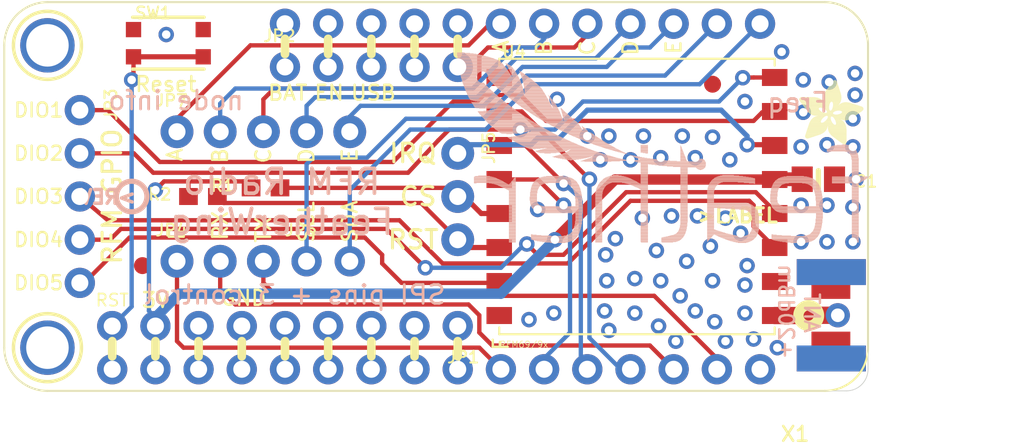
<source format=kicad_pcb>
(kicad_pcb (version 20211014) (generator pcbnew)
  (layers (0 "F.Cu" signal) (1 "In1.Cu" signal) (2 "In2.Cu" signal) (3 "In3.Cu" signal) (4 "In4.Cu" signal) (5 "In5.Cu" signal) (6 "In6.Cu" signal) (7 "In7.Cu" signal) (8 "In8.Cu" signal) (9 "In9.Cu" signal) (10 "In10.Cu" signal) (11 "In11.Cu" signal) (12 "In12.Cu" signal) (13 "In13.Cu" signal) (14 "In14.Cu" signal) (31 "B.Cu" signal) (34 "B.Paste" user) (35 "F.Paste" user) (36 "B.SilkS" user "B.Silkscreen") (37 "F.SilkS" user "F.Silkscreen") (38 "B.Mask" user) (39 "F.Mask" user) (44 "Edge.Cuts" user))
  (net 0 "")
  (net 1 "GND")
  (net 2 "3.3V")
  (net 3 "N$25")
  (net 4 "MOSI")
  (net 5 "MISO")
  (net 6 "SCK")
  (net 7 "RST")
  (net 8 "CS")
  (net 9 "IRQ")
  (net 10 "ANT")
  (net 11 "DIO3")
  (net 12 "DIO2")
  (net 13 "DIO1")
  (net 14 "DIO5")
  (net 15 "DIO4")
  (net 16 "M")
  (net 17 "L")
  (net 18 "K")
  (net 19 "J")
  (net 20 "I")
  (net 21 "N$7")
  (net 22 "VBAT")
  (net 23 "EN")
  (net 24 "USB")
  (net 25 "H")
  (net 26 "G")
  (net 27 "F")
  (net 28 "TX")
  (net 29 "RX")
  (net 30 "A")
  (net 31 "B")
  (net 32 "C")
  (net 33 "D")
  (net 34 "E")
  (net 35 "SCL")
  (net 36 "SDA")
  (net 37 "NC")
  (footprint "" (layer "F.Cu") (at 171.3611 96.1136)
    (fp_text reference "@HOLE0" hide)
    (fp_text value "" (at 0 0) (layer "F.SilkS") (effects (font (size 1.27 1.27))))
    (pad "" np_thru_hole circle (at 0 0) (size 2.54 2.54) (drill 2.54) (layers *.Cu *.Mask))
  )
  (footprint "boardEagle:1X03_ROUND_76" (layer "F.Cu") (at 135.8011 108.8136)
    (fp_text reference "JP4" (at -3.8862 -1.8288) (layer "F.SilkS") (effects (font (size 0.692831 0.692831) (thickness 0.119969)) (justify left)))
    (fp_text value "")
    (pad "1" thru_hole circle (at -2.54 0 90) (size 1.9304 1.9304) (drill 1) (layers *.Cu *.Mask) (net 27 "F"))
    (pad "2" thru_hole circle (at 0 0 90) (size 1.9304 1.9304) (drill 1) (layers *.Cu *.Mask) (net 29 "RX"))
    (pad "3" thru_hole circle (at 2.54 0 90) (size 1.9304 1.9304) (drill 1) (layers *.Cu *.Mask) (net 28 "TX"))
  )
  (footprint "boardEagle:MOUNTINGHOLE_2.5_PLATED" (layer "F.Cu") (at 125.6411 113.8936)
    (fp_text reference "U$7" hide)
    (fp_text value "MOUNTINGHOLE2.5" hide)
    (pad "P$1" thru_hole circle (at 0 0) (size 3.2 3.2) (drill 2.5) (layers *.Cu *.Mask))
  )
  (footprint "boardEagle:1X03_ROUND_76" (layer "F.Cu") (at 149.7711 105.0036 -90)
    (fp_text reference "JP5" (at -3.8862 -1.8288 90) (layer "F.SilkS") (effects (font (size 0.692831 0.692831) (thickness 0.119969)) (justify right)))
    (fp_text value "")
    (pad "1" thru_hole circle (at -2.54 0) (size 1.9304 1.9304) (drill 1) (layers *.Cu *.Mask) (net 9 "IRQ"))
    (pad "2" thru_hole circle (at 0 0) (size 1.9304 1.9304) (drill 1) (layers *.Cu *.Mask) (net 8 "CS"))
    (pad "3" thru_hole circle (at 2.54 0) (size 1.9304 1.9304) (drill 1) (layers *.Cu *.Mask) (net 7 "RST"))
  )
  (footprint "boardEagle:0603-NO" (layer "F.Cu") (at 134.7851 105.0036 180)
    (fp_text reference "R2" (at 1.778 0.127) (layer "F.SilkS") (effects (font (size 0.692831 0.692831) (thickness 0.119969)) (justify right)))
    (fp_text value "100k")
    (pad "1" smd rect (at -0.85 0 180) (size 1.1 1) (layers "F.Cu" "F.Paste" "F.Mask") (net 7 "RST"))
    (pad "2" smd rect (at 0.85 0 180) (size 1.1 1) (layers "F.Cu" "F.Paste" "F.Mask") (net 2 "3.3V"))
  )
  (footprint "boardEagle:FEATHERWING_NOHOLES" (layer "F.Cu") (at 123.1011 116.4336)
    (fp_text reference "MS1" hide)
    (fp_text value "FEATHERWING_NOHOLES" hide)
    (pad "1" thru_hole circle (at 6.35 -1.27) (size 1.778 1.778) (drill 1) (layers *.Cu *.Mask) (net 3 "N$25"))
    (pad "2" thru_hole circle (at 8.89 -1.27) (size 1.778 1.778) (drill 1) (layers *.Cu *.Mask) (net 2 "3.3V"))
    (pad "3" thru_hole circle (at 11.43 -1.27) (size 1.778 1.778) (drill 1) (layers *.Cu *.Mask) (net 21 "N$7"))
    (pad "4" thru_hole circle (at 13.97 -1.27) (size 1.778 1.778) (drill 1) (layers *.Cu *.Mask) (net 1 "GND"))
    (pad "5" thru_hole circle (at 16.51 -1.27) (size 1.778 1.778) (drill 1) (layers *.Cu *.Mask) (net 20 "I"))
    (pad "6" thru_hole circle (at 19.05 -1.27) (size 1.778 1.778) (drill 1) (layers *.Cu *.Mask) (net 19 "J"))
    (pad "7" thru_hole circle (at 21.59 -1.27) (size 1.778 1.778) (drill 1) (layers *.Cu *.Mask) (net 18 "K"))
    (pad "8" thru_hole circle (at 24.13 -1.27) (size 1.778 1.778) (drill 1) (layers *.Cu *.Mask) (net 17 "L"))
    (pad "9" thru_hole circle (at 26.67 -1.27) (size 1.778 1.778) (drill 1) (layers *.Cu *.Mask) (net 16 "M"))
    (pad "10" thru_hole circle (at 29.21 -1.27) (size 1.778 1.778) (drill 1) (layers *.Cu *.Mask) (net 27 "F"))
    (pad "11" thru_hole circle (at 31.75 -1.27) (size 1.778 1.778) (drill 1) (layers *.Cu *.Mask) (net 6 "SCK"))
    (pad "12" thru_hole circle (at 34.29 -1.27) (size 1.778 1.778) (drill 1) (layers *.Cu *.Mask) (net 4 "MOSI"))
    (pad "13" thru_hole circle (at 36.83 -1.27) (size 1.778 1.778) (drill 1) (layers *.Cu *.Mask) (net 5 "MISO"))
    (pad "14" thru_hole circle (at 39.37 -1.27) (size 1.778 1.778) (drill 1) (layers *.Cu *.Mask) (net 29 "RX"))
    (pad "15" thru_hole circle (at 41.91 -1.27) (size 1.778 1.778) (drill 1) (layers *.Cu *.Mask) (net 28 "TX"))
    (pad "16" thru_hole circle (at 44.45 -1.27) (size 1.778 1.778) (drill 1) (layers *.Cu *.Mask) (net 37 "NC"))
    (pad "17" thru_hole circle (at 44.45 -21.59) (size 1.778 1.778) (drill 1) (layers *.Cu *.Mask) (net 36 "SDA"))
    (pad "18" thru_hole circle (at 41.91 -21.59) (size 1.778 1.778) (drill 1) (layers *.Cu *.Mask) (net 35 "SCL"))
    (pad "19" thru_hole circle (at 39.37 -21.59) (size 1.778 1.778) (drill 1) (layers *.Cu *.Mask) (net 34 "E"))
    (pad "20" thru_hole circle (at 36.83 -21.59) (size 1.778 1.778) (drill 1) (layers *.Cu *.Mask) (net 33 "D"))
    (pad "21" thru_hole circle (at 34.29 -21.59) (size 1.778 1.778) (drill 1) (layers *.Cu *.Mask) (net 32 "C"))
    (pad "22" thru_hole circle (at 31.75 -21.59) (size 1.778 1.778) (drill 1) (layers *.Cu *.Mask) (net 31 "B"))
    (pad "23" thru_hole circle (at 29.21 -21.59) (size 1.778 1.778) (drill 1) (layers *.Cu *.Mask) (net 30 "A"))
    (pad "24" thru_hole circle (at 26.67 -21.59) (size 1.778 1.778) (drill 1) (layers *.Cu *.Mask) (net 26 "G"))
    (pad "25" thru_hole circle (at 24.13 -21.59) (size 1.778 1.778) (drill 1) (layers *.Cu *.Mask) (net 25 "H"))
    (pad "26" thru_hole circle (at 21.59 -21.59) (size 1.778 1.778) (drill 1) (layers *.Cu *.Mask) (net 24 "USB"))
    (pad "27" thru_hole circle (at 19.05 -21.59) (size 1.778 1.778) (drill 1) (layers *.Cu *.Mask) (net 23 "EN"))
    (pad "28" thru_hole circle (at 16.51 -21.59) (size 1.778 1.778) (drill 1) (layers *.Cu *.Mask) (net 22 "VBAT"))
  )
  (footprint "boardEagle:SMA_EDGELAUNCH_UFL" (layer "F.Cu") (at 173.7741 111.9886 180)
    (fp_text reference "X1" (at 5.08 -6.985) (layer "F.SilkS") (effects (font (size 0.866038 0.866038) (thickness 0.149962)) (justify left)))
    (fp_text value "uFL/SMA")
    (fp_text user ">LABEL" (at 5.08 6.35 180) (layer "F.SilkS") (effects (font (size 0.83312 0.83312) (thickness 0.18288)) (justify right top)))
    (fp_poly (pts (xy 3.2004 -0.9636) (xy 0.9144 -0.9636) (xy 0.9144 -3.2766) (xy 3.2004 -3.2766)) (layer "F.Cu") (width 0) (fill solid))
    (fp_poly (pts (xy 3.2004 3.2766) (xy 0.9144 3.2766) (xy 0.9144 0.9636) (xy 3.2004 0.9636)) (layer "F.Cu") (width 0) (fill solid))
    (pad "GND@1" smd rect (at 2.032 2.54 270) (size 1.524 4.064) (layers "F.Cu" "F.Mask") (net 1 "GND"))
    (pad "GND@2" smd rect (at 2.032 -2.54 270) (size 1.524 4.064) (layers "F.Cu" "F.Mask") (net 1 "GND"))
    (pad "GND@3" smd rect (at 2.032 -2.54 270) (size 1.524 4.064) (layers "B.Cu" "B.Mask") (net 1 "GND"))
    (pad "GND@4" smd rect (at 2.032 2.54 270) (size 1.524 4.064) (layers "B.Cu" "B.Mask") (net 1 "GND"))
    (pad "P" smd rect (at 3.048 0 270) (size 1.016 2.032) (layers "F.Cu" "F.Mask") (net 10 "ANT"))
  )
  (footprint "boardEagle:BTN_KMR2_4.6X2.8" (layer "F.Cu") (at 132.7531 95.9866)
    (fp_text reference "SW1" (at -2.032 -1.778) (layer "F.SilkS") (effects (font (size 0.692831 0.692831) (thickness 0.119969)) (justify left)))
    (fp_text value "")
    (pad "A" smd rect (at 2.05 -0.8) (size 0.9 0.9) (layers "F.Cu" "F.Paste" "F.Mask") (net 1 "GND"))
    (pad "A'" smd rect (at -2.05 -0.8) (size 0.9 0.9) (layers "F.Cu" "F.Paste" "F.Mask") (net 1 "GND"))
    (pad "B" smd rect (at 2.05 0.8) (size 0.9 0.9) (layers "F.Cu" "F.Paste" "F.Mask") (net 3 "N$25"))
    (pad "B'" smd rect (at -2.05 0.8) (size 0.9 0.9) (layers "F.Cu" "F.Paste" "F.Mask") (net 3 "N$25"))
  )
  (footprint "boardEagle:1X05_ROUND_70" (layer "F.Cu") (at 144.6911 97.3836)
    (fp_text reference "JP2" (at -6.4262 -1.8288) (layer "F.SilkS") (effects (font (size 0.692831 0.692831) (thickness 0.119969)) (justify left)))
    (fp_text value "")
    (pad "1" thru_hole circle (at -5.08 0 90) (size 1.778 1.778) (drill 1) (layers *.Cu *.Mask) (net 22 "VBAT"))
    (pad "2" thru_hole circle (at -2.54 0 90) (size 1.778 1.778) (drill 1) (layers *.Cu *.Mask) (net 23 "EN"))
    (pad "3" thru_hole circle (at 0 0 90) (size 1.778 1.778) (drill 1) (layers *.Cu *.Mask) (net 24 "USB"))
    (pad "4" thru_hole circle (at 2.54 0 90) (size 1.778 1.778) (drill 1) (layers *.Cu *.Mask) (net 25 "H"))
    (pad "5" thru_hole circle (at 5.08 0 90) (size 1.778 1.778) (drill 1) (layers *.Cu *.Mask) (net 26 "G"))
  )
  (footprint "boardEagle:1X09_ROUND_70" (layer "F.Cu") (at 139.6111 112.6236 180)
    (fp_text reference "JP1" (at -11.5062 -1.8288) (layer "F.SilkS") (effects (font (size 0.692831 0.692831) (thickness 0.119969)) (justify right)))
    (fp_text value "")
    (pad "1" thru_hole circle (at -10.16 0 270) (size 1.778 1.778) (drill 1) (layers *.Cu *.Mask) (net 16 "M"))
    (pad "2" thru_hole circle (at -7.62 0 270) (size 1.778 1.778) (drill 1) (layers *.Cu *.Mask) (net 17 "L"))
    (pad "3" thru_hole circle (at -5.08 0 270) (size 1.778 1.778) (drill 1) (layers *.Cu *.Mask) (net 18 "K"))
    (pad "4" thru_hole circle (at -2.54 0 270) (size 1.778 1.778) (drill 1) (layers *.Cu *.Mask) (net 19 "J"))
    (pad "5" thru_hole circle (at 0 0 270) (size 1.778 1.778) (drill 1) (layers *.Cu *.Mask) (net 20 "I"))
    (pad "6" thru_hole circle (at 2.54 0 270) (size 1.778 1.778) (drill 1) (layers *.Cu *.Mask) (net 1 "GND"))
    (pad "7" thru_hole circle (at 5.08 0 270) (size 1.778 1.778) (drill 1) (layers *.Cu *.Mask) (net 21 "N$7"))
    (pad "8" thru_hole circle (at 7.62 0 270) (size 1.778 1.778) (drill 1) (layers *.Cu *.Mask) (net 2 "3.3V"))
    (pad "9" thru_hole circle (at 10.16 0 270) (size 1.778 1.778) (drill 1) (layers *.Cu *.Mask) (net 3 "N$25"))
  )
  (footprint "boardEagle:FIDUCIAL_1MM" (layer "F.Cu") (at 164.7571 98.3996)
    (fp_text reference "FID2" hide)
    (fp_text value "FIDUCIAL\"\"" hide)
    (pad "1" smd roundrect (at 0 0) (size 1 1) (layers "F.Cu" "F.Mask") (roundrect_rratio 0.5))
  )
  (footprint "boardEagle:0805-NO" (layer "F.Cu") (at 170.9801 103.9876)
    (fp_text reference "C1" (at 2.032 0.127) (layer "F.SilkS") (effects (font (size 0.692831 0.692831) (thickness 0.119969)) (justify left)))
    (fp_text value "10uF")
    (pad "1" smd rect (at -0.95 0) (size 1.24 1.5) (layers "F.Cu" "F.Paste" "F.Mask") (net 2 "3.3V"))
    (pad "2" smd rect (at 0.95 0) (size 1.24 1.5) (layers "F.Cu" "F.Paste" "F.Mask") (net 1 "GND"))
  )
  (footprint "boardEagle:MOUNTINGHOLE_2.5_PLATED" (layer "F.Cu") (at 125.6411 96.1136)
    (fp_text reference "U$8" hide)
    (fp_text value "MOUNTINGHOLE2.5" hide)
    (pad "P$1" thru_hole circle (at 0 0) (size 3.2 3.2) (drill 2.5) (layers *.Cu *.Mask))
  )
  (footprint "boardEagle:FIDUCIAL_1MM" (layer "F.Cu") (at 131.2291 109.0676)
    (fp_text reference "FID1" hide)
    (fp_text value "FIDUCIAL\"\"" hide)
    (pad "1" smd roundrect (at 0 0) (size 1 1) (layers "F.Cu" "F.Mask") (roundrect_rratio 0.5))
  )
  (footprint "boardEagle:ADAFRUIT_3.5MM" (layer "F.Cu") (at 169.8371 101.9556)
    (fp_text reference "U$15" hide)
    (fp_text value "" hide)
  )
  (footprint "boardEagle:1X05_ROUND_76" (layer "F.Cu") (at 138.3411 101.1936)
    (fp_text reference "JP7" (at -6.4262 -1.8288) (layer "F.SilkS") (effects (font (size 0.692831 0.692831) (thickness 0.119969)) (justify left)))
    (fp_text value "")
    (pad "1" thru_hole circle (at -5.08 0 90) (size 1.9304 1.9304) (drill 1) (layers *.Cu *.Mask) (net 30 "A"))
    (pad "2" thru_hole circle (at -2.54 0 90) (size 1.9304 1.9304) (drill 1) (layers *.Cu *.Mask) (net 31 "B"))
    (pad "3" thru_hole circle (at 0 0 90) (size 1.9304 1.9304) (drill 1) (layers *.Cu *.Mask) (net 32 "C"))
    (pad "4" thru_hole circle (at 2.54 0 90) (size 1.9304 1.9304) (drill 1) (layers *.Cu *.Mask) (net 33 "D"))
    (pad "5" thru_hole circle (at 5.08 0 90) (size 1.9304 1.9304) (drill 1) (layers *.Cu *.Mask) (net 34 "E"))
  )
  (footprint "boardEagle:1X02_ROUND" (layer "F.Cu") (at 142.1511 108.8136)
    (fp_text reference "JP6" (at -2.6162 -1.8288) (layer "F.SilkS") (effects (font (size 0.692831 0.692831) (thickness 0.119969)) (justify left)))
    (fp_text value "")
    (pad "1" thru_hole circle (at -1.27 0 90) (size 1.778 1.778) (drill 1) (layers *.Cu *.Mask) (net 35 "SCL"))
    (pad "2" thru_hole circle (at 1.27 0 90) (size 1.778 1.778) (drill 1) (layers *.Cu *.Mask) (net 36 "SDA"))
  )
  (footprint "boardEagle:RFMHCW_SMT" (layer "F.Cu") (at 160.3121 105.0036)
    (fp_text reference "U4" (at -8 -8.5) (layer "F.SilkS") (effects (font (size 0.692831 0.692831) (thickness 0.119969)) (justify left)))
    (fp_text value "RFM69/9x" (at -8.1 8.7) (layer "F.SilkS") (effects (font (size 0.369824 0.369824) (thickness 0.036576)) (justify left)))
    (pad "1P" smd rect (at 8.1 7 180) (size 1.5 1) (layers "F.Cu" "F.Paste" "F.Mask") (net 10 "ANT"))
    (pad "2P" smd rect (at 8.1 5 180) (size 1.5 1) (layers "F.Cu" "F.Paste" "F.Mask") (net 1 "GND"))
    (pad "3P" smd rect (at 8.1 3 180) (size 1.5 1) (layers "F.Cu" "F.Paste" "F.Mask") (net 11 "DIO3"))
    (pad "4P" smd rect (at 8.1 1 180) (size 1.5 1) (layers "F.Cu" "F.Paste" "F.Mask") (net 15 "DIO4"))
    (pad "5P" smd rect (at 8.1 -1 180) (size 1.5 1) (layers "F.Cu" "F.Paste" "F.Mask") (net 2 "3.3V"))
    (pad "6P" smd rect (at 8.1 -3 180) (size 1.5 1) (layers "F.Cu" "F.Paste" "F.Mask") (net 9 "IRQ"))
    (pad "7P" smd rect (at 8.1 -5 180) (size 1.5 1) (layers "F.Cu" "F.Paste" "F.Mask") (net 13 "DIO1"))
    (pad "8P" smd rect (at 8.1 -7 180) (size 1.5 1) (layers "F.Cu" "F.Paste" "F.Mask") (net 12 "DIO2"))
    (pad "9P" smd rect (at -8.1 -7) (size 1.5 1) (layers "F.Cu" "F.Paste" "F.Mask") (net 1 "GND"))
    (pad "10P" smd rect (at -8.1 -5) (size 1.5 1) (layers "F.Cu" "F.Paste" "F.Mask") (net 5 "MISO"))
    (pad "11P" smd rect (at -8.1 -3) (size 1.5 1) (layers "F.Cu" "F.Paste" "F.Mask") (net 4 "MOSI"))
    (pad "12P" smd rect (at -8.1 -1) (size 1.5 1) (layers "F.Cu" "F.Paste" "F.Mask") (net 6 "SCK"))
    (pad "13P" smd rect (at -8.1 1) (size 1.5 1) (layers "F.Cu" "F.Paste" "F.Mask") (net 8 "CS"))
    (pad "14P" smd rect (at -8.1 3) (size 1.5 1) (layers "F.Cu" "F.Paste" "F.Mask") (net 7 "RST"))
    (pad "15P" smd rect (at -8.1 5) (size 1.5 1) (layers "F.Cu" "F.Paste" "F.Mask") (net 14 "DIO5"))
    (pad "16P" smd rect (at -8.1 7) (size 1.5 1) (layers "F.Cu" "F.Paste" "F.Mask") (net 1 "GND"))
  )
  (footprint "boardEagle:1X05_ROUND_70" (layer "F.Cu") (at 127.5461 105.0036 -90)
    (fp_text reference "JP3" (at -6.4262 -1.8288 90) (layer "F.SilkS") (effects (font (size 0.692831 0.692831) (thickness 0.119969)) (justify right)))
    (fp_text value "")
    (pad "1" thru_hole circle (at -5.08 0) (size 1.778 1.778) (drill 1) (layers *.Cu *.Mask) (net 13 "DIO1"))
    (pad "2" thru_hole circle (at -2.54 0) (size 1.778 1.778) (drill 1) (layers *.Cu *.Mask) (net 12 "DIO2"))
    (pad "3" thru_hole circle (at 0 0) (size 1.778 1.778) (drill 1) (layers *.Cu *.Mask) (net 11 "DIO3"))
    (pad "4" thru_hole circle (at 2.54 0) (size 1.778 1.778) (drill 1) (layers *.Cu *.Mask) (net 15 "DIO4"))
    (pad "5" thru_hole circle (at 5.08 0) (size 1.778 1.778) (drill 1) (layers *.Cu *.Mask) (net 14 "DIO5"))
  )
  (footprint "boardEagle:0603-NO" (layer "F.Cu") (at 138.4681 104.4956 180)
    (fp_text reference "R1" (at 1.778 0.127) (layer "F.SilkS") (effects (font (size 0.692831 0.692831) (thickness 0.119969)) (justify right)))
    (fp_text value "100k")
    (pad "1" smd rect (at -0.85 0 180) (size 1.1 1) (layers "F.Cu" "F.Paste" "F.Mask") (net 8 "CS"))
    (pad "2" smd rect (at 0.85 0 180) (size 1.1 1) (layers "F.Cu" "F.Paste" "F.Mask") (net 2 "3.3V"))
  )
  (footprint "boardEagle:FEATHERLOGO" (layer "B.Cu") (at 174.0281 107.7976 180)
    (fp_text reference "U$16" hide)
    (fp_text value "" hide)
  )
  (footprint "boardEagle:PCBFEAT-REV-040" (layer "B.Cu") (at 130.5941 105.0036 180)
    (fp_text reference "U$14" hide)
    (fp_text value "" hide)
    (fp_text user ">REV" (at -0.3556 -0.508) (layer "B.SilkS") (effects (font (size 0.8128 0.8128) (thickness 0.2032)) (justify left bottom mirror)))
  )
  (gr_line (start 131.9911 114.4016) (end 131.9911 113.5126) (layer "F.SilkS") (width 0.508))
  (gr_line (start 149.7711 96.6216) (end 149.7711 95.7326) (layer "F.SilkS") (width 0.508))
  (gr_line (start 139.6111 114.4016) (end 139.6111 113.5126) (layer "F.SilkS") (width 0.508))
  (gr_line (start 147.2311 96.6216) (end 147.2311 95.7326) (layer "F.SilkS") (width 0.508))
  (gr_line (start 144.6911 114.4016) (end 144.6911 113.5126) (layer "F.SilkS") (width 0.508))
  (gr_line (start 149.7711 114.4016) (end 149.7711 113.5126) (layer "F.SilkS") (width 0.508))
  (gr_line (start 144.6911 96.6216) (end 144.6911 95.7326) (layer "F.SilkS") (width 0.508))
  (gr_line (start 142.1511 114.4016) (end 142.1511 113.5126) (layer "F.SilkS") (width 0.508))
  (gr_line (start 147.2311 114.4016) (end 147.2311 113.5126) (layer "F.SilkS") (width 0.508))
  (gr_line (start 142.1511 96.6216) (end 142.1511 95.7326) (layer "F.SilkS") (width 0.508))
  (gr_line (start 139.6111 96.6216) (end 139.6111 95.7326) (layer "F.SilkS") (width 0.508))
  (gr_line (start 137.0711 114.4016) (end 137.0711 113.5126) (layer "F.SilkS") (width 0.508))
  (gr_line (start 134.5311 114.4016) (end 134.5311 113.5126) (layer "F.SilkS") (width 0.508))
  (gr_line (start 129.4511 114.4016) (end 129.4511 113.5126) (layer "F.SilkS") (width 0.508))
  (gr_line (start 123.1011 113.8936) (end 123.1011 96.1136) (layer "Edge.Cuts") (width 0.05))
  (gr_line (start 172.6311 116.4336) (end 125.6411 116.4336) (layer "Edge.Cuts") (width 0.05))
  (gr_arc (start 171.3611 93.5736) (mid 173.157151 94.317549) (end 173.9011 96.1136) (layer "Edge.Cuts") (width 0.05))
  (gr_arc (start 125.6411 116.4336) (mid 123.845049 115.689651) (end 123.1011 113.8936) (layer "Edge.Cuts") (width 0.05))
  (gr_arc (start 123.1011 96.1136) (mid 123.845049 94.317549) (end 125.6411 93.5736) (layer "Edge.Cuts") (width 0.05))
  (gr_line (start 173.9011 96.1136) (end 173.9011 115.1636) (layer "Edge.Cuts") (width 0.05))
  (gr_line (start 125.6411 93.5736) (end 171.3611 93.5736) (layer "Edge.Cuts") (width 0.05))
  (gr_arc (start 173.9011 115.1636) (mid 173.529126 116.061626) (end 172.6311 116.4336) (layer "Edge.Cuts") (width 0.05))
  (gr_text "RFM Radio\nFeatherWing" (at 139.4206 105.3211) (layer "B.SilkS") (effects (font (size 1.458468 1.458468) (thickness 0.217932)) (justify mirror)))
  (gr_text "node info" (at 133.1976 99.3521) (layer "B.SilkS") (effects (font (size 1.1049 1.1049) (thickness 0.1651)) (justify mirror)))
  (gr_text "ANT" (at 171.1071 110.5916 -90) (layer "B.SilkS") (effects (font (size 0.87376 0.87376) (thickness 0.14224)) (justify right top mirror)))
  (gr_text "SPI pins + 3 control" (at 140.1826 110.7821) (layer "B.SilkS") (effects (font (size 1.1049 1.1049) (thickness 0.1651)) (justify mirror)))
  (gr_text "+20dBm" (at 168.5671 114.6556 -90) (layer "B.SilkS") (effects (font (size 0.87376 0.87376) (thickness 0.14224)) (justify left bottom mirror)))
  (gr_text "Freq" (at 169.7736 99.4791) (layer "B.SilkS") (effects (font (size 1.1049 1.1049) (thickness 0.1651)) (justify mirror)))
  (gr_text "BAT" (at 141.0081 98.9076) (layer "F.SilkS") (effects (font (size 0.87376 0.87376) (thickness 0.14224)) (justify right)))
  (gr_text "GND" (at 138.5951 110.9726) (layer "F.SilkS") (effects (font (size 0.87376 0.87376) (thickness 0.14224)) (justify right)))
  (gr_text "B" (at 154.8511 95.7326 90) (layer "F.SilkS") (effects (font (size 0.87376 0.87376) (thickness 0.14224)) (justify right)))
  (gr_text "CS" (at 148.6281 105.0036) (layer "F.SilkS") (effects (font (size 1.0922 1.0922) (thickness 0.1778)) (justify right)))
  (gr_text "D" (at 159.9311 95.7326 90) (layer "F.SilkS") (effects (font (size 0.87376 0.87376) (thickness 0.14224)) (justify right)))
  (gr_text "RST" (at 129.4511 111.0996) (layer "F.SilkS") (effects (font (size 0.715264 0.715264) (thickness 0.097536))))
  (gr_text "TX" (at 138.3411 107.7976 90) (layer "F.SilkS") (effects (font (size 0.87376 0.87376) (thickness 0.14224)) (justify left)))
  (gr_text "DIO1" (at 126.6571 99.9236) (layer "F.SilkS") (effects (font (size 0.830072 0.830072) (thickness 0.135128)) (justify right)))
  (gr_text "Reset" (at 130.7211 98.3996) (layer "F.SilkS") (effects (font (size 0.87376 0.87376) (thickness 0.14224)) (justify left)))
  (gr_text "DIO3" (at 126.6571 105.0036) (layer "F.SilkS") (effects (font (size 0.830072 0.830072) (thickness 0.135128)) (justify right)))
  (gr_text "C" (at 157.3911 95.7326 90) (layer "F.SilkS") (effects (font (size 0.87376 0.87376) (thickness 0.14224)) (justify right)))
  (gr_text "C" (at 138.3411 102.0826 90) (layer "F.SilkS") (effects (font (size 0.87376 0.87376) (thickness 0.14224)) (justify right)))
  (gr_text "IRQ" (at 148.6281 102.4636) (layer "F.SilkS") (effects (font (size 1.0922 1.0922) (thickness 0.1778)) (justify right)))
  (gr_text "3V" (at 132.8801 111.0996) (layer "F.SilkS") (effects (font (size 0.87376 0.87376) (thickness 0.14224)) (justify right)))
  (gr_text "A" (at 152.3111 95.7326 90) (layer "F.SilkS") (effects (font (size 0.87376 0.87376) (thickness 0.14224)) (justify right)))
  (gr_text "E" (at 162.4711 95.7326 90) (layer "F.SilkS") (effects (font (size 0.87376 0.87376) (thickness 0.14224)) (justify right)))
  (gr_text "EN" (at 141.2621 98.9076) (layer "F.SilkS") (effects (font (size 0.87376 0.87376) (thickness 0.14224)) (justify left)))
  (gr_text "SDA" (at 143.4211 107.7976 90) (layer "F.SilkS") (effects (font (size 0.87376 0.87376) (thickness 0.14224)) (justify left)))
  (gr_text "F" (at 152.3111 114.1476 90) (layer "F.SilkS") (effects (font (size 0.87376 0.87376) (thickness 0.14224)) (justify left)))
  (gr_text "RX" (at 135.8011 107.6706 90) (layer "F.SilkS") (effects (font (size 0.87376 0.87376) (thickness 0.14224)) (justify left)))
  (gr_text "F" (at 133.2611 107.6706 90) (layer "F.SilkS") (effects (font (size 0.87376 0.87376) (thickness 0.14224)) (justify left)))
  (gr_text "DIO5" (at 126.6571 110.0836) (layer "F.SilkS") (effects (font (size 0.830072 0.830072) (thickness 0.135128)) (justify right)))
  (gr_text "E" (at 143.4211 102.0826 90) (layer "F.SilkS") (effects (font (size 0.87376 0.87376) (thickness 0.14224)) (justify right)))
  (gr_text "DIO4" (at 126.6571 107.5436) (layer "F.SilkS") (effects (font (size 0.830072 0.830072) (thickness 0.135128)) (justify right)))
  (gr_text "B" (at 135.8011 102.0826 90) (layer "F.SilkS") (effects (font (size 0.87376 0.87376) (thickness 0.14224)) (justify right)))
  (gr_text "A" (at 133.1341 102.0826 90) (layer "F.SilkS") (effects (font (size 0.87376 0.87376) (thickness 0.14224)) (justify right)))
  (gr_text "D" (at 140.8811 102.0826 90) (layer "F.SilkS") (effects (font (size 0.87376 0.87376) (thickness 0.14224)) (justify right)))
  (gr_text "USB" (at 146.2151 98.9076) (layer "F.SilkS") (effects (font (size 0.87376 0.87376) (thickness 0.14224)) (justify right)))
  (gr_text "SCL" (at 140.8811 107.7976 90) (layer "F.SilkS") (effects (font (size 0.87376 0.87376) (thickness 0.14224)) (justify left)))
  (gr_text "RFM GPIO" (at 129.4511 105.0036 90) (layer "F.SilkS") (effects (font (size 1.0922 1.0922) (thickness 0.1778))))
  (gr_text "RST" (at 148.7551 107.5436) (layer "F.SilkS") (effects (font (size 1.0922 1.0922) (thickness 0.1778)) (justify right)))
  (gr_text "DIO2" (at 126.6571 102.4636) (layer "F.SilkS") (effects (font (size 0.830072 0.830072) (thickness 0.135128)) (justify right)))
  (via (at 173.0121 100.4316) (size 0.9064) (drill 0.5) (layers "F.Cu" "B.Cu") (net 1))
  (via (at 173.2026 103.9876) (size 0.9064) (drill 0.5) (layers "F.Cu" "B.Cu") (net 1))
  (via (at 165.5191 106.2736) (size 0.9064) (drill 0.5) (layers "F.Cu" "B.Cu") (net 1))
  (via (at 168.8211 96.4946) (size 0.9064) (drill 0.5) (layers "F.Cu" "B.Cu") (net 1))
  (via (at 159.9311 102.8446) (size 0.9064) (drill 0.5) (layers "F.Cu" "B.Cu") (net 1))
  (via (at 157.3911 101.4476) (size 0.9064) (drill 0.5) (layers "F.Cu" "B.Cu") (net 1))
  (via (at 161.7091 102.7176) (size 0.9064) (drill 0.5) (layers "F.Cu" "B.Cu") (net 1))
  (via (at 162.5981 113.5126) (size 0.9064) (drill 0.5) (layers "F.Cu" "B.Cu") (net 1))
  (via (at 160.1851 111.8616) (size 0.9064) (drill 0.5) (layers "F.Cu" "B.Cu") (net 1))
  (via (at 160.1851 109.8296) (size 0.9064) (drill 0.5) (layers "F.Cu" "B.Cu") (net 1))
  (via (at 155.4226 111.8616) (size 0.9064) (drill 0.5) (layers "F.Cu" "B.Cu") (net 1))
  (via (at 169.9641 105.5116) (size 0.9064) (drill 0.5) (layers "F.Cu" "B.Cu") (net 1))
  (via (at 160.6296 106.2736) (size 0.9064) (drill 0.5) (layers "F.Cu" "B.Cu") (net 1))
  (via (at 171.6151 98.2726) (size 0.9064) (drill 0.5) (layers "F.Cu" "B.Cu") (net 1))
  (via (at 171.4881 107.6706) (size 0.9064) (drill 0.5) (layers "F.Cu" "B.Cu") (net 1))
  (via (at 171.4881 101.9556) (size 0.9064) (drill 0.5) (layers "F.Cu" "B.Cu") (net 1))
  (via (at 173.0121 102.0826) (size 0.9064) (drill 0.5) (layers "F.Cu" "B.Cu") (net 1))
  (via (at 155.6131 99.2886) (size 0.9064) (drill 0.5) (layers "F.Cu" "B.Cu") (net 1))
  (via (at 158.6611 112.8776) (size 0.9064) (drill 0.5) (layers "F.Cu" "B.Cu") (net 1))
  (via (at 164.7571 109.9566) (size 0.9064) (drill 0.5) (layers "F.Cu" "B.Cu") (net 1))
  (via (at 161.7091 109.9566) (size 0.9064) (drill 0.5) (layers "F.Cu" "B.Cu") (net 1))
  (via (at 165.5191 113.5126) (size 0.9064) (drill 0.5) (layers "F.Cu" "B.Cu") (net 1))
  (via (at 159.0421 107.4801) (size 0.9064) (drill 0.5) (layers "F.Cu" "B.Cu") (net 1))
  (via (at 162.9791 101.4476) (size 0.9064) (drill 0.5) (layers "F.Cu" "B.Cu") (net 1))
  (via (at 132.6261 95.4786) (size 0.9064) (drill 0.5) (layers "F.Cu" "B.Cu") (net 1))
  (via (at 158.4706 108.4326) (size 0.9064) (drill 0.5) (layers "F.Cu" "B.Cu") (net 1))
  (via (at 170.0911 100.0506) (size 0.9064) (drill 0.5) (layers "F.Cu" "B.Cu") (net 1))
  (via (at 168.5671 113.8936) (size 0.9064) (drill 0.5) (layers "F.Cu" "B.Cu") (net 1))
  (via (at 166.4081 107.1626) (size 0.9064) (drill 0.5) (layers "F.Cu" "B.Cu") (net 1))
  (via (at 166.6621 99.4156) (size 0.9064) (drill 0.5) (layers "F.Cu" "B.Cu") (net 1))
  (via (at 154.4701 105.7656) (size 0.9064) (drill 0.5) (layers "F.Cu" "B.Cu") (net 1))
  (via (at 160.6931 101.4476) (size 0.9064) (drill 0.5) (layers "F.Cu" "B.Cu") (net 1))
  (via (at 173.1391 99.0346) (size 0.9064) (drill 0.5) (layers "F.Cu" "B.Cu") (net 1))
  (via (at 163.7411 111.7346) (size 0.9064) (drill 0.5) (layers "F.Cu" "B.Cu") (net 1))
  (via (at 161.5821 112.6236) (size 0.9064) (drill 0.5) (layers "F.Cu" "B.Cu") (net 1))
  (via (at 163.2331 108.8136) (size 0.9064) (drill 0.5) (layers "F.Cu" "B.Cu") (net 1))
  (via (at 173.0121 105.6386) (size 0.9064) (drill 0.5) (layers "F.Cu" "B.Cu") (net 1))
  (via (at 153.9621 112.2426) (size 0.9064) (drill 0.5) (layers "F.Cu" "B.Cu") (net 1))
  (via (at 162.3441 106.1466) (size 0.9064) (drill 0.5) (layers "F.Cu" "B.Cu") (net 1))
  (via (at 170.0911 98.1456) (size 0.9064) (drill 0.5) (layers "F.Cu" "B.Cu") (net 1))
  (via (at 158.4071 111.7346) (size 0.9064) (drill 0.5) (layers "F.Cu" "B.Cu") (net 1))
  (via (at 167.1701 113.3856) (size 0.9064) (drill 0.5) (layers "F.Cu" "B.Cu") (net 1))
  (via (at 165.7731 102.8446) (size 0.9064) (drill 0.5) (layers "F.Cu" "B.Cu") (net 1))
  (via (at 158.1531 102.8446) (size 0.9064) (drill 0.5) (layers "F.Cu" "B.Cu") (net 1))
  (via (at 169.9641 102.0826) (size 0.9064) (drill 0.5) (layers "F.Cu" "B.Cu") (net 1))
  (via (at 162.8521 110.8456) (size 0.9064) (drill 0.5) (layers "F.Cu" "B.Cu") (net 1))
  (via (at 169.9641 107.6706) (size 0.9064) (drill 0.5) (layers "F.Cu" "B.Cu") (net 1))
  (via (at 166.6621 110.2106) (size 0.9064) (drill 0.5) (layers "F.Cu" "B.Cu") (net 1))
  (via (at 158.5341 109.9566) (size 0.9064) (drill 0.5) (layers "F.Cu" "B.Cu") (net 1))
  (via (at 161.4551 108.1786) (size 0.9064) (drill 0.5) (layers "F.Cu" "B.Cu") (net 1))
  (via (at 164.8841 112.3696) (size 0.9064) (drill 0.5) (layers "F.Cu" "B.Cu") (net 1))
  (via (at 164.6301 107.9246) (size 0.9064) (drill 0.5) (layers "F.Cu" "B.Cu") (net 1))
  (via (at 173.1391 97.7646) (size 0.9064) (drill 0.5) (layers "F.Cu" "B.Cu") (net 1))
  (via (at 164.7571 101.5111) (size 0.9064) (drill 0.5) (layers "F.Cu" "B.Cu") (net 1))
  (via (at 158.6611 101.4476) (size 0.9064) (drill 0.5) (layers "F.Cu" "B.Cu") (net 1))
  (via (at 163.7411 102.7176) (size 0.9064) (drill 0.5) (layers "F.Cu" "B.Cu") (net 1))
  (via (at 166.6621 111.8616) (size 0.9064) (drill 0.5) (layers "F.Cu" "B.Cu") (net 1))
  (via (at 173.0121 107.6706) (size 0.9064) (drill 0.5) (layers "F.Cu" "B.Cu") (net 1))
  (via (at 163.8681 106.1466) (size 0.9064) (drill 0.5) (layers "F.Cu" "B.Cu") (net 1))
  (via (at 171.4881 105.5116) (size 0.9064) (drill 0.5) (layers "F.Cu" "B.Cu") (net 1))
  (via (at 166.7891 109.0676) (size 0.9064) (drill 0.5) (layers "F.Cu" "B.Cu") (net 1))
  (segment (start 132.4991 104.1146) (end 131.9911 104.6226) (width 0.254) (layer "F.Cu") (net 2))
  (segment (start 168.4281 103.9876) (end 168.4121 104.0036) (width 0.8128) (layer "F.Cu") (net 2))
  (segment (start 159.0261 104.0036) (end 168.4121 104.0036) (width 0.6096) (layer "F.Cu") (net 2))
  (segment (start 137.2371 104.1146) (end 133.8961 104.1146) (width 0.254) (layer "F.Cu") (net 2))
  (segment (start 133.9351 105.0036) (end 133.9351 104.1536) (width 0.254) (layer "F.Cu") (net 2))
  (segment (start 155.4861 107.5436) (end 159.0261 104.0036) (width 0.6096) (layer "F.Cu") (net 2))
  (segment (start 137.6181 104.4956) (end 137.2371 104.1146) (width 0.254) (layer "F.Cu") (net 2))
  (segment (start 170.0301 103.9876) (end 168.4281 103.9876) (width 0.8128) (layer "F.Cu") (net 2))
  (segment (start 133.9351 104.1536) (end 133.8961 104.1146) (width 0.254) (layer "F.Cu") (net 2))
  (segment (start 133.8961 104.1146) (end 132.4991 104.1146) (width 0.254) (layer "F.Cu") (net 2))
  (segment (start 131.9911 115.1636) (end 131.9911 112.6236) (width 0.3048) (layer "F.Cu") (net 2))
  (via (at 131.9911 104.6226) (size 0.9064) (drill 0.5) (layers "F.Cu" "B.Cu") (net 2))
  (via (at 155.4861 107.5436) (size 0.9064) (drill 0.5) (layers "F.Cu" "B.Cu") (net 2))
  (segment (start 131.6101 105.0036) (end 131.6101 111.7346) (width 0.254) (layer "B.Cu") (net 2))
  (segment (start 131.9911 112.6236) (end 131.9911 112.1156) (width 0.6096) (layer "B.Cu") (net 2))
  (segment (start 131.9911 104.6226) (end 131.6101 105.0036) (width 0.254) (layer "B.Cu") (net 2))
  (segment (start 133.3881 110.7186) (end 152.3111 110.7186) (width 0.6096) (layer "B.Cu") (net 2))
  (segment (start 131.6101 111.7346) (end 131.9911 112.1156) (width 0.254) (layer "B.Cu") (net 2))
  (segment (start 131.9911 112.1156) (end 133.3881 110.7186) (width 0.6096) (layer "B.Cu") (net 2))
  (segment (start 152.3111 110.7186) (end 155.4861 107.5436) (width 0.6096) (layer "B.Cu") (net 2))
  (segment (start 130.7031 98.0366) (end 130.5941 98.1456) (width 0.254) (layer "F.Cu") (net 3))
  (segment (start 129.4511 112.6236) (end 129.4511 115.1636) (width 0.3048) (layer "F.Cu") (net 3))
  (segment (start 134.8031 96.7866) (end 130.7031 96.7866) (width 0.3048) (layer "F.Cu") (net 3))
  (segment (start 130.7031 96.7866) (end 130.7031 98.0366) (width 0.254) (layer "F.Cu") (net 3))
  (via (at 130.5941 98.1456) (size 0.9064) (drill 0.5) (layers "F.Cu" "B.Cu") (net 3))
  (segment (start 130.5941 98.1456) (end 130.5941 111.4806) (width 0.254) (layer "B.Cu") (net 3))
  (segment (start 130.5941 111.4806) (end 129.4511 112.6236) (width 0.254) (layer "B.Cu") (net 3))
  (segment (start 152.2121 102.0036) (end 153.7561 102.0036) (width 0.254) (layer "F.Cu") (net 4))
  (segment (start 153.7561 102.0036) (end 155.9941 104.2416) (width 0.254) (layer "F.Cu") (net 4))
  (via (at 155.9941 104.2416) (size 0.9064) (drill 0.5) (layers "F.Cu" "B.Cu") (net 4))
  (segment (start 156.9466 105.0671) (end 157.0101 105.3211) (width 0.254) (layer "B.Cu") (net 4))
  (segment (start 157.0101 114.7826) (end 157.3911 115.1636) (width 0.254) (layer "B.Cu") (net 4))
  (segment (start 157.0101 105.3211) (end 157.0101 114.7826) (width 0.254) (layer "B.Cu") (net 4))
  (segment (start 155.9941 104.2416) (end 156.9466 105.0671) (width 0.254) (layer "B.Cu") (net 4))
  (segment (start 153.5341 100.0036) (end 157.5181 103.9876) (width 0.254) (layer "F.Cu") (net 5))
  (segment (start 152.2121 100.0036) (end 153.5341 100.0036) (width 0.254) (layer "F.Cu") (net 5))
  (via (at 157.5181 103.9876) (size 0.9064) (drill 0.5) (layers "F.Cu" "B.Cu") (net 5))
  (segment (start 159.3596 115.1636) (end 159.9311 115.1636) (width 0.254) (layer "B.Cu") (net 5))
  (segment (start 157.5181 103.9876) (end 157.5181 113.3221) (width 0.254) (layer "B.Cu") (net 5))
  (segment (start 157.5181 113.3221) (end 159.3596 115.1636) (width 0.254) (layer "B.Cu") (net 5))
  (segment (start 154.4861 104.0036) (end 155.9941 105.5116) (width 0.254) (layer "F.Cu") (net 6))
  (segment (start 152.2121 104.0036) (end 154.4861 104.0036) (width 0.254) (layer "F.Cu") (net 6))
  (via (at 155.9941 105.5116) (size 0.9064) (drill 0.5) (layers "F.Cu" "B.Cu") (net 6))
  (segment (start 155.9941 105.5116) (end 156.3751 105.8926) (width 0.254) (layer "B.Cu") (net 6))
  (segment (start 156.3751 113.0046) (end 154.8511 114.5286) (width 0.254) (layer "B.Cu") (net 6))
  (segment (start 154.8511 114.5286) (end 154.8511 115.1636) (width 0.254) (layer "B.Cu") (net 6))
  (segment (start 156.3751 105.8926) (end 156.3751 113.0046) (width 0.254) (layer "B.Cu") (net 6))
  (segment (start 150.2311 108.0036) (end 152.2121 108.0036) (width 0.3048) (layer "F.Cu") (net 7))
  (segment (start 147.6121 105.3846) (end 149.7711 107.5436) (width 0.254) (layer "F.Cu") (net 7))
  (segment (start 135.6351 105.0036) (end 136.0161 105.3846) (width 0.254) (layer "F.Cu") (net 7))
  (segment (start 149.7711 107.5436) (end 150.2311 108.0036) (width 0.3048) (layer "F.Cu") (net 7))
  (segment (start 136.0161 105.3846) (end 147.6121 105.3846) (width 0.254) (layer "F.Cu") (net 7))
  (segment (start 139.3181 104.4956) (end 149.2631 104.4956) (width 0.254) (layer "F.Cu") (net 8))
  (segment (start 149.2631 104.4956) (end 149.7711 105.0036) (width 0.254) (layer "F.Cu") (net 8))
  (segment (start 149.7711 105.0036) (end 150.1521 105.0036) (width 0.3048) (layer "F.Cu") (net 8))
  (segment (start 150.1521 105.0036) (end 151.1521 106.0036) (width 0.3048) (layer "F.Cu") (net 8))
  (segment (start 151.1521 106.0036) (end 152.2121 106.0036) (width 0.3048) (layer "F.Cu") (net 8))
  (segment (start 166.7891 101.9556) (end 168.3641 101.9556) (width 0.3048) (layer "F.Cu") (net 9))
  (segment (start 168.3641 101.9556) (end 168.4121 102.0036) (width 0.3048) (layer "F.Cu") (net 9))
  (via (at 166.7891 101.9556) (size 0.9064) (drill 0.5) (layers "F.Cu" "B.Cu") (net 9))
  (segment (start 149.7711 102.4636) (end 150.2791 101.9556) (width 0.3048) (layer "B.Cu") (net 9))
  (segment (start 154.4701 101.5746) (end 155.7401 101.5746) (width 0.3048) (layer "B.Cu") (net 9))
  (segment (start 157.3911 99.9236) (end 165.2651 99.9236) (width 0.3048) (layer "B.Cu") (net 9))
  (segment (start 150.2791 101.9556) (end 154.0891 101.9556) (width 0.3048) (layer "B.Cu") (net 9))
  (segment (start 166.7891 101.4476) (end 166.7891 101.9556) (width 0.3048) (layer "B.Cu") (net 9))
  (segment (start 165.2651 99.9236) (end 166.7891 101.4476) (width 0.3048) (layer "B.Cu") (net 9))
  (segment (start 154.0891 101.9556) (end 154.4701 101.5746) (width 0.3048) (layer "B.Cu") (net 9))
  (segment (start 155.7401 101.5746) (end 157.3911 99.9236) (width 0.3048) (layer "B.Cu") (net 9))
  (segment (start 168.4121 112.0036) (end 170.4571 112.0036) (width 1.016) (layer "F.Cu") (net 10))
  (segment (start 172.1231 111.9886) (end 170.7261 111.9886) (width 0.254) (layer "F.Cu") (net 10))
  (segment (start 170.4571 112.0036) (end 170.7261 111.9886) (width 1.016) (layer "F.Cu") (net 10))
  (via (at 172.1231 111.9886) (size 1.4224) (drill 0.8) (layers "F.Cu" "B.Cu") (net 10))
  (segment (start 167.1701 106.7616) (end 168.4121 108.0036) (width 0.254) (layer "F.Cu") (net 11))
  (segment (start 148.8821 108.9406) (end 156.2481 108.9406) (width 0.254) (layer "F.Cu") (net 11))
  (segment (start 168.2371 108.1786) (end 168.4121 108.0036) (width 0.254) (layer "F.Cu") (net 11))
  (segment (start 129.1971 106.4006) (end 146.3421 106.4006) (width 0.254) (layer "F.Cu") (net 11))
  (segment (start 127.5461 105.0036) (end 129.1971 106.4006) (width 0.254) (layer "F.Cu") (net 11))
  (segment (start 146.3421 106.4006) (end 148.8821 108.9406) (width 0.254) (layer "F.Cu") (net 11))
  (segment (start 156.2481 108.9406) (end 159.9311 105.2576) (width 0.254) (layer "F.Cu") (net 11))
  (segment (start 167.1701 105.5116) (end 167.1701 106.7616) (width 0.254) (layer "F.Cu") (net 11))
  (segment (start 166.9161 105.2576) (end 167.1701 105.5116) (width 0.254) (layer "F.Cu") (net 11))
  (segment (start 159.9311 105.2576) (end 166.9161 105.2576) (width 0.254) (layer "F.Cu") (net 11))
  (segment (start 127.5461 102.4636) (end 130.7211 102.4636) (width 0.254) (layer "F.Cu") (net 12))
  (segment (start 130.7211 102.4636) (end 131.8641 103.6066) (width 0.254) (layer "F.Cu") (net 12))
  (segment (start 146.8501 103.6066) (end 148.6281 101.7016) (width 0.254) (layer "F.Cu") (net 12))
  (segment (start 148.6281 101.7016) (end 149.2631 101.0666) (width 0.254) (layer "F.Cu") (net 12))
  (segment (start 166.5351 98.0186) (end 167.1851 98.0036) (width 0.254) (layer "F.Cu") (net 12))
  (segment (start 131.8641 103.6066) (end 146.8501 103.6066) (width 0.254) (layer "F.Cu") (net 12))
  (segment (start 167.1851 98.0036) (end 168.4121 98.0036) (width 0.254) (layer "F.Cu") (net 12))
  (segment (start 149.2631 101.0666) (end 153.4541 101.0666) (width 0.254) (layer "F.Cu") (net 12))
  (via (at 166.5351 98.0186) (size 0.9064) (drill 0.5) (layers "F.Cu" "B.Cu") (net 12))
  (via (at 153.4541 101.0666) (size 0.9064) (drill 0.5) (layers "F.Cu" "B.Cu") (net 12))
  (segment (start 157.1371 99.4156) (end 165.1381 99.4156) (width 0.254) (layer "B.Cu") (net 12))
  (segment (start 155.4861 101.0666) (end 157.1371 99.4156) (width 0.254) (layer "B.Cu") (net 12))
  (segment (start 165.1381 99.4156) (end 166.5351 98.0186) (width 0.254) (layer "B.Cu") (net 12))
  (segment (start 153.4541 101.0666) (end 155.4861 101.0666) (width 0.254) (layer "B.Cu") (net 12))
  (segment (start 145.9611 102.9716) (end 149.5171 99.4156) (width 0.254) (layer "F.Cu") (net 13))
  (segment (start 150.9141 99.4156) (end 151.2951 99.0346) (width 0.254) (layer "F.Cu") (net 13))
  (segment (start 167.6781 100.0506) (end 168.3651 100.0506) (width 0.254) (layer "F.Cu") (net 13))
  (segment (start 127.5461 99.9236) (end 129.1971 99.9236) (width 0.254) (layer "F.Cu") (net 13))
  (segment (start 149.5171 99.4156) (end 150.9141 99.4156) (width 0.254) (layer "F.Cu") (net 13))
  (segment (start 132.2451 102.9716) (end 145.9611 102.9716) (width 0.254) (layer "F.Cu") (net 13))
  (segment (start 167.1701 100.5586) (end 167.6781 100.0506) (width 0.254) (layer "F.Cu") (net 13))
  (segment (start 168.3651 100.0506) (end 168.4121 100.0036) (width 0.254) (layer "F.Cu") (net 13))
  (segment (start 151.2951 99.0346) (end 153.4541 99.0346) (width 0.254) (layer "F.Cu") (net 13))
  (segment (start 153.4541 99.0346) (end 154.9781 100.5586) (width 0.254) (layer "F.Cu") (net 13))
  (segment (start 154.9781 100.5586) (end 167.1701 100.5586) (width 0.254) (layer "F.Cu") (net 13))
  (segment (start 129.1971 99.9236) (end 132.2451 102.9716) (width 0.254) (layer "F.Cu") (net 13))
  (segment (start 146.4691 110.0836) (end 152.1321 110.0836) (width 0.254) (layer "F.Cu") (net 14))
  (segment (start 144.3101 107.4166) (end 145.3261 108.4326) (width 0.254) (layer "F.Cu") (net 14))
  (segment (start 127.5461 110.0836) (end 127.8001 110.0836) (width 0.254) (layer "F.Cu") (net 14))
  (segment (start 145.3261 108.4326) (end 145.3261 108.9406) (width 0.254) (layer "F.Cu") (net 14))
  (segment (start 145.3261 108.9406) (end 146.4691 110.0836) (width 0.254) (layer "F.Cu") (net 14))
  (segment (start 152.1321 110.0836) (end 152.2121 110.0036) (width 0.254) (layer "F.Cu") (net 14))
  (segment (start 130.4671 107.4166) (end 144.3101 107.4166) (width 0.254) (layer "F.Cu") (net 14))
  (segment (start 127.8001 110.0836) (end 130.4671 107.4166) (width 0.254) (layer "F.Cu") (net 14))
  (segment (start 154.4701 108.4326) (end 155.9941 108.4326) (width 0.254) (layer "F.Cu") (net 15))
  (segment (start 167.2971 104.7496) (end 168.3131 105.7656) (width 0.254) (layer "F.Cu") (net 15))
  (segment (start 153.8351 107.7976) (end 154.4701 108.4326) (width 0.254) (layer "F.Cu") (net 15))
  (segment (start 155.9941 108.4326) (end 159.6771 104.7496) (width 0.254) (layer "F.Cu") (net 15))
  (segment (start 129.9591 106.9086) (end 145.5801 106.9086) (width 0.254) (layer "F.Cu") (net 15))
  (segment (start 159.6771 104.7496) (end 167.2971 104.7496) (width 0.254) (layer "F.Cu") (net 15))
  (segment (start 129.3241 107.5436) (end 129.9591 106.9086) (width 0.254) (layer "F.Cu") (net 15))
  (segment (start 168.3131 105.7656) (end 168.3131 105.8926) (width 0.254) (layer "F.Cu") (net 15))
  (segment (start 145.5801 106.9086) (end 147.8661 109.1946) (width 0.254) (layer "F.Cu") (net 15))
  (segment (start 168.3961 106.0196) (end 168.4121 106.0036) (width 0.254) (layer "F.Cu") (net 15))
  (segment (start 168.3131 105.8926) (end 168.3961 106.0196) (width 0.254) (layer "F.Cu") (net 15))
  (segment (start 127.5461 107.5436) (end 129.3241 107.5436) (width 0.254) (layer "F.Cu") (net 15))
  (via (at 147.8661 109.1946) (size 0.9064) (drill 0.5) (layers "F.Cu" "B.Cu") (net 15))
  (via (at 153.8351 107.7976) (size 0.9064) (drill 0.5) (layers "F.Cu" "B.Cu") (net 15))
  (segment (start 147.8661 109.1946) (end 152.3111 109.1946) (width 0.254) (layer "B.Cu") (net 15))
  (segment (start 152.3111 109.1946) (end 153.8351 107.6706) (width 0.254) (layer "B.Cu") (net 15))
  (segment (start 153.8351 107.6706) (end 153.8351 107.7976) (width 0.254) (layer "B.Cu") (net 15))
  (segment (start 149.7711 115.1636) (end 149.7711 112.6236) (width 0.3048) (layer "B.Cu") (net 16))
  (segment (start 147.2311 115.1636) (end 147.2311 112.6236) (width 0.3048) (layer "B.Cu") (net 17))
  (segment (start 144.6911 115.1636) (end 144.6911 112.6236) (width 0.3048) (layer "B.Cu") (net 18))
  (segment (start 142.1511 115.1636) (end 142.1511 112.6236) (width 0.3048) (layer "B.Cu") (net 19))
  (segment (start 139.6111 112.6236) (end 139.6111 115.1636) (width 0.3048) (layer "B.Cu") (net 20))
  (segment (start 134.5311 112.6236) (end 134.5311 115.1636) (width 0.3048) (layer "B.Cu") (net 21))
  (segment (start 139.6111 94.8436) (end 139.6111 97.3836) (width 0.3048) (layer "B.Cu") (net 22))
  (segment (start 142.1511 94.8436) (end 142.1511 97.3836) (width 0.3048) (layer "B.Cu") (net 23))
  (segment (start 144.6911 94.8436) (end 144.6911 97.3836) (width 0.3048) (layer "B.Cu") (net 24))
  (segment (start 147.2311 94.8436) (end 147.2311 97.3836) (width 0.3048) (layer "B.Cu") (net 25))
  (segment (start 149.7711 94.8436) (end 149.7711 97.3836) (width 0.3048) (layer "B.Cu") (net 26))
  (segment (start 133.2611 113.5126) (end 133.6421 113.8936) (width 0.254) (layer "F.Cu") (net 27))
  (segment (start 151.0411 113.8936) (end 152.3111 115.1636) (width 0.254) (layer "F.Cu") (net 27))
  (segment (start 133.6421 113.8936) (end 151.0411 113.8936) (width 0.254) (layer "F.Cu") (net 27))
  (segment (start 133.2611 108.8136) (end 133.2611 113.5126) (width 0.254) (layer "F.Cu") (net 27))
  (segment (start 139.1031 110.8456) (end 161.3281 110.8456) (width 0.254) (layer "F.Cu") (net 28))
  (segment (start 138.3411 110.0836) (end 139.1031 110.8456) (width 0.254) (layer "F.Cu") (net 28))
  (segment (start 161.3281 110.8456) (end 165.0111 114.5286) (width 0.254) (layer "F.Cu") (net 28))
  (segment (start 138.3411 108.8136) (end 138.3411 110.0836) (width 0.254) (layer "F.Cu") (net 28))
  (segment (start 165.0111 114.5286) (end 165.0111 115.1636) (width 0.254) (layer "F.Cu") (net 28))
  (segment (start 150.4061 111.3536) (end 151.0411 111.9886) (width 0.254) (layer "F.Cu") (net 29))
  (segment (start 151.8031 113.7666) (end 161.0741 113.7666) (width 0.254) (layer "F.Cu") (net 29))
  (segment (start 161.0741 113.7666) (end 162.4711 115.1636) (width 0.254) (layer "F.Cu") (net 29))
  (segment (start 151.0411 113.0046) (end 151.8031 113.7666) (width 0.254) (layer "F.Cu") (net 29))
  (segment (start 136.6901 111.3536) (end 150.4061 111.3536) (width 0.254) (layer "F.Cu") (net 29))
  (segment (start 135.8011 108.8136) (end 135.8011 110.4646) (width 0.254) (layer "F.Cu") (net 29))
  (segment (start 151.0411 111.9886) (end 151.0411 113.0046) (width 0.254) (layer "F.Cu") (net 29))
  (segment (start 135.8011 110.4646) (end 136.6901 111.3536) (width 0.254) (layer "F.Cu") (net 29))
  (segment (start 151.6761 94.8436) (end 152.3111 94.8436) (width 0.254) (layer "F.Cu") (net 30))
  (segment (start 133.2611 100.4316) (end 137.5791 96.1136) (width 0.254) (layer "F.Cu") (net 30))
  (segment (start 137.5791 96.1136) (end 150.4061 96.1136) (width 0.254) (layer "F.Cu") (net 30))
  (segment (start 150.4061 96.1136) (end 151.6761 94.8436) (width 0.254) (layer "F.Cu") (net 30))
  (segment (start 133.2611 101.1936) (end 133.2611 100.4316) (width 0.254) (layer "F.Cu") (net 30))
  (segment (start 154.3431 96.2406) (end 154.8511 95.7326) (width 0.254) (layer "B.Cu") (net 31))
  (segment (start 135.8011 99.5426) (end 136.6901 98.6536) (width 0.254) (layer "B.Cu") (net 31))
  (segment (start 153.0731 96.2406) (end 154.3431 96.2406) (width 0.254) (layer "B.Cu") (net 31))
  (segment (start 136.6901 98.6536) (end 150.6601 98.6536) (width 0.254) (layer "B.Cu") (net 31))
  (segment (start 150.6601 98.6536) (end 153.0731 96.2406) (width 0.254) (layer "B.Cu") (net 31))
  (segment (start 154.8511 95.7326) (end 154.8511 94.8436) (width 0.254) (layer "B.Cu") (net 31))
  (segment (start 135.8011 101.1936) (end 135.8011 99.5426) (width 0.254) (layer "B.Cu") (net 31))
  (segment (start 150.6601 98.6536) (end 151.0411 98.2726) (width 0.254) (layer "F.Cu") (net 32))
  (segment (start 151.0411 96.7486) (end 151.5491 96.2406) (width 0.254) (layer "F.Cu") (net 32))
  (segment (start 156.6291 96.2406) (end 157.3911 95.4786) (width 0.254) (layer "F.Cu") (net 32))
  (segment (start 138.9761 98.6536) (end 150.6601 98.6536) (width 0.254) (layer "F.Cu") (net 32))
  (segment (start 151.0411 98.2726) (end 151.0411 96.7486) (width 0.254) (layer "F.Cu") (net 32))
  (segment (start 157.3911 95.4786) (end 157.3911 94.8436) (width 0.254) (layer "F.Cu") (net 32))
  (segment (start 151.5491 96.2406) (end 156.6291 96.2406) (width 0.254) (layer "F.Cu") (net 32))
  (segment (start 138.3411 99.2886) (end 138.9761 98.6536) (width 0.254) (layer "F.Cu") (net 32))
  (segment (start 138.3411 101.1936) (end 138.3411 99.2886) (width 0.254) (layer "F.Cu") (net 32))
  (segment (start 141.3891 99.1616) (end 150.9141 99.1616) (width 0.254) (layer "B.Cu") (net 33))
  (segment (start 157.8991 96.8756) (end 159.9311 94.8436) (width 0.254) (layer "B.Cu") (net 33))
  (segment (start 153.2001 96.8756) (end 157.8991 96.8756) (width 0.254) (layer "B.Cu") (net 33))
  (segment (start 140.8811 99.6696) (end 141.3891 99.1616) (width 0.254) (layer "B.Cu") (net 33))
  (segment (start 150.9141 99.1616) (end 153.2001 96.8756) (width 0.254) (layer "B.Cu") (net 33))
  (segment (start 140.8811 101.1936) (end 140.8811 99.6696) (width 0.254) (layer "B.Cu") (net 33))
  (segment (start 153.5811 97.3836) (end 158.5341 97.3836) (width 0.254) (layer "B.Cu") (net 34))
  (segment (start 159.6771 96.2406) (end 161.0741 96.2406) (width 0.254) (layer "B.Cu") (net 34))
  (segment (start 144.0561 99.6696) (end 151.2951 99.6696) (width 0.254) (layer "B.Cu") (net 34))
  (segment (start 143.4211 100.3046) (end 144.0561 99.6696) (width 0.254) (layer "B.Cu") (net 34))
  (segment (start 161.0741 96.2406) (end 162.4711 94.8436) (width 0.254) (layer "B.Cu") (net 34))
  (segment (start 158.5341 97.3836) (end 159.6771 96.2406) (width 0.254) (layer "B.Cu") (net 34))
  (segment (start 143.4211 101.1936) (end 143.4211 100.3046) (width 0.254) (layer "B.Cu") (net 34))
  (segment (start 151.2951 99.6696) (end 153.5811 97.3836) (width 0.254) (layer "B.Cu") (net 34))
  (segment (start 161.9631 97.8916) (end 165.0111 94.8436) (width 0.254) (layer "B.Cu") (net 35))
  (segment (start 153.8351 97.8916) (end 161.9631 97.8916) (width 0.254) (layer "B.Cu") (net 35))
  (segment (start 140.8811 103.0986) (end 141.2621 102.7176) (width 0.254) (layer "B.Cu") (net 35))
  (segment (start 140.8811 108.8136) (end 140.8811 103.0986) (width 0.254) (layer "B.Cu") (net 35))
  (segment (start 141.2621 102.7176) (end 144.4371 102.7176) (width 0.254) (layer "B.Cu") (net 35))
  (segment (start 144.4371 102.7176) (end 146.7231 100.4316) (width 0.254) (layer "B.Cu") (net 35))
  (segment (start 146.7231 100.4316) (end 151.2951 100.4316) (width 0.254) (layer "B.Cu") (net 35))
  (segment (start 151.2951 100.4316) (end 153.8351 97.8916) (width 0.254) (layer "B.Cu") (net 35))
  (segment (start 154.0891 98.3996) (end 163.9951 98.3996) (width 0.254) (layer "B.Cu") (net 36))
  (segment (start 143.4211 108.8136) (end 143.4211 104.6226) (width 0.254) (layer "B.Cu") (net 36))
  (segment (start 143.4211 104.6226) (end 146.9771 101.0666) (width 0.254) (layer "B.Cu") (net 36))
  (segment (start 163.9951 98.3996) (end 167.5511 94.8436) (width 0.254) (layer "B.Cu") (net 36))
  (segment (start 151.4221 101.0666) (end 154.0891 98.3996) (width 0.254) (layer "B.Cu") (net 36))
  (segment (start 146.9771 101.0666) (end 151.4221 101.0666) (width 0.254) (layer "B.Cu") (net 36))
)
</source>
